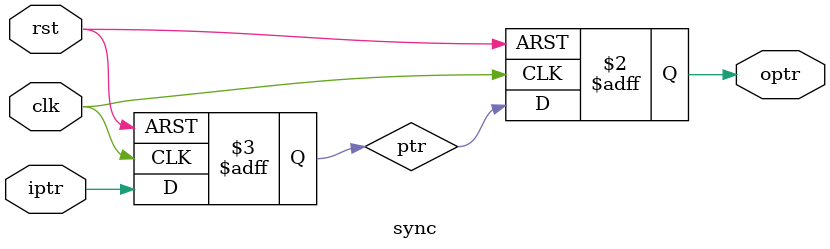
<source format=v>
`timescale 1ns / 1ps


module sync(
    optr,
    iptr,
    rst,
    clk
    );
    
    output optr;
    input iptr;
    input rst;
    input clk;
    
    reg ptr;
    reg optr;
    
    always@(posedge clk, negedge rst)
    begin
        if(rst)
            begin
            ptr <= iptr;
            optr <= ptr;
            end
        else
            begin
            optr <= 1'b0;
            ptr <= 1'b0;
            end
    end
    
endmodule

</source>
